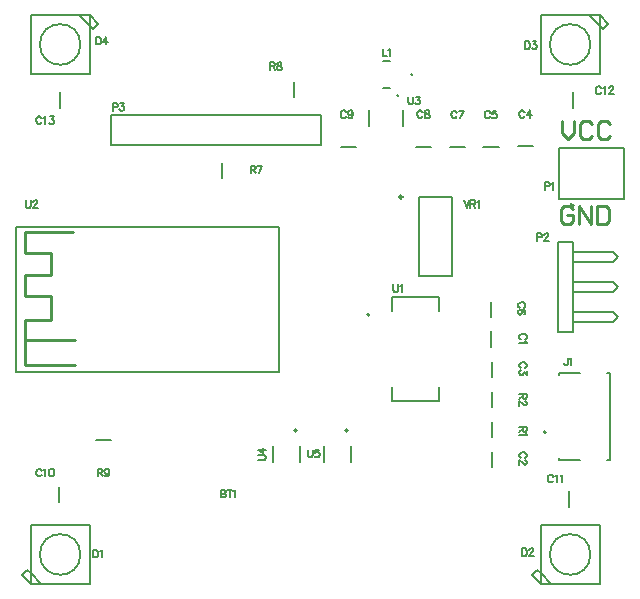
<source format=gto>
G04*
G04 #@! TF.GenerationSoftware,Altium Limited,Altium Designer,18.1.11 (251)*
G04*
G04 Layer_Color=65535*
%FSLAX25Y25*%
%MOIN*%
G70*
G01*
G75*
%ADD10C,0.00787*%
%ADD11C,0.00984*%
%ADD12C,0.00600*%
%ADD13C,0.00500*%
%ADD14C,0.01000*%
D10*
X151646Y112917D02*
G03*
X151646Y112917I-394J0D01*
G01*
X127347Y74336D02*
G03*
X127347Y74336I-394J0D01*
G01*
X144346D02*
G03*
X144346Y74336I-394J0D01*
G01*
X210382Y73744D02*
G03*
X210382Y73744I-394J0D01*
G01*
X167988Y125811D02*
X179012D01*
X167988Y152189D02*
X179012D01*
Y125811D02*
Y152189D01*
X167988Y125811D02*
Y152189D01*
X60441Y71000D02*
X65559D01*
X48000Y50441D02*
Y55559D01*
X218000Y48941D02*
Y54059D01*
X219500Y133670D02*
X232833D01*
X234500Y132004D01*
X232833Y130337D02*
X234500Y132004D01*
X219500Y130337D02*
X232833D01*
X219500Y123670D02*
X232833D01*
X234500Y122004D01*
X232833Y120337D02*
X234500Y122004D01*
X219500Y120337D02*
X232833D01*
X219500Y113671D02*
X232833D01*
X234500Y112004D01*
X232833Y110337D02*
X234500Y112004D01*
X219500Y110337D02*
X232833D01*
X214500Y107004D02*
Y137004D01*
Y107004D02*
X219500D01*
X214500Y137004D02*
X219500D01*
Y107004D02*
Y137004D01*
Y181941D02*
Y187059D01*
X48500Y181941D02*
Y187059D01*
X126500Y185441D02*
Y190559D01*
X102500Y158441D02*
Y163559D01*
X192378Y82151D02*
Y87269D01*
Y72151D02*
Y77269D01*
X142081Y168900D02*
X147199D01*
X192256Y112151D02*
Y117269D01*
X189581Y168900D02*
X194699D01*
X201081Y168994D02*
X206199D01*
X192378Y92151D02*
Y97269D01*
Y62151D02*
Y67269D01*
X192256Y102313D02*
Y107431D01*
X65500Y179450D02*
X135500D01*
X65500Y169450D02*
Y179450D01*
Y169450D02*
X135500D01*
Y179450D01*
X214714Y151634D02*
X236368D01*
Y168366D01*
X214714D02*
X236368D01*
X214714Y151634D02*
Y168366D01*
X167081Y168900D02*
X172199D01*
X33926Y129500D02*
Y142268D01*
Y93724D02*
Y105860D01*
Y130132D01*
Y142268D02*
X121426D01*
Y93724D02*
Y142268D01*
X33926Y93724D02*
X121426D01*
X178306Y168900D02*
X183424D01*
D11*
X162575Y152189D02*
G03*
X162575Y152189I-492J0D01*
G01*
X219537Y149370D02*
G03*
X219537Y149370I-492J0D01*
G01*
D12*
X161368Y185828D02*
G03*
X160787Y185828I-291J74D01*
G01*
X166015Y192900D02*
G03*
X166015Y192900I-300J0D01*
G01*
X162758Y175780D02*
Y181020D01*
X151522Y175780D02*
Y181020D01*
X156052Y197350D02*
X158355D01*
X156052Y188450D02*
X158355D01*
D13*
X225273Y203000D02*
G03*
X225273Y203000I-6774J0D01*
G01*
X55273D02*
G03*
X55273Y203000I-6774J0D01*
G01*
X225273Y33000D02*
G03*
X225273Y33000I-6774J0D01*
G01*
X55273D02*
G03*
X55273Y33000I-6774J0D01*
G01*
X174835Y84295D02*
Y88744D01*
X159165Y84295D02*
X174835D01*
X159165D02*
Y88744D01*
X174835Y114256D02*
Y118705D01*
X159165D02*
X174835D01*
X159165Y114256D02*
Y118705D01*
X128602Y63726D02*
Y69080D01*
X119398Y63726D02*
Y69080D01*
X145602Y63726D02*
Y69080D01*
X136398Y63726D02*
Y69080D01*
X231839Y64492D02*
Y93626D01*
X230776D02*
X231839D01*
X230776Y64492D02*
X231839D01*
X214910Y92917D02*
Y93626D01*
Y64492D02*
Y65201D01*
Y93626D02*
X221819D01*
X214910Y64492D02*
X221819D01*
X208658Y193157D02*
Y212842D01*
X224799D01*
X228343D01*
Y209299D02*
Y212842D01*
Y193157D02*
Y209299D01*
X208658Y193157D02*
X228343D01*
X224799Y212842D02*
X228343Y209299D01*
X229524Y208118D01*
X231098Y209693D01*
X228343Y212842D02*
X231098Y209693D01*
X38658Y193157D02*
Y212842D01*
X54799D01*
X58342D01*
Y209299D02*
Y212842D01*
Y193157D02*
Y209299D01*
X38658Y193157D02*
X58342D01*
X54799Y212842D02*
X58342Y209299D01*
X59524Y208118D01*
X61098Y209693D01*
X58342Y212842D02*
X61098Y209693D01*
X228343Y23157D02*
Y42843D01*
X212201Y23157D02*
X228343D01*
X208658D02*
X212201D01*
X208658D02*
Y26701D01*
Y42843D01*
X228343D01*
X208658Y26701D02*
X212201Y23157D01*
X207476Y27882D02*
X208658Y26701D01*
X205902Y26307D02*
X207476Y27882D01*
X205902Y26307D02*
X208658Y23157D01*
X58342D02*
Y42843D01*
X42201Y23157D02*
X58342D01*
X38658D02*
X42201D01*
X38658D02*
Y26701D01*
Y42843D01*
X58342D01*
X38658Y26701D02*
X42201Y23157D01*
X37476Y27882D02*
X38658Y26701D01*
X35902Y26307D02*
X37476Y27882D01*
X35902Y26307D02*
X38658Y23157D01*
X159500Y123000D02*
Y121214D01*
X159619Y120857D01*
X159857Y120619D01*
X160214Y120500D01*
X160452D01*
X160809Y120619D01*
X161047Y120857D01*
X161166Y121214D01*
Y123000D01*
X161857Y122523D02*
X162095Y122642D01*
X162452Y123000D01*
Y120500D01*
X183000Y150999D02*
X183952Y148500D01*
X184904Y150999D02*
X183952Y148500D01*
X185226Y150999D02*
Y148500D01*
Y150999D02*
X186297D01*
X186654Y150880D01*
X186773Y150761D01*
X186892Y150523D01*
Y150285D01*
X186773Y150047D01*
X186654Y149928D01*
X186297Y149809D01*
X185226D01*
X186059D02*
X186892Y148500D01*
X187451Y150523D02*
X187689Y150642D01*
X188047Y150999D01*
Y148500D01*
X61000Y61500D02*
Y59000D01*
Y61500D02*
X62071D01*
X62428Y61380D01*
X62547Y61261D01*
X62666Y61023D01*
Y60785D01*
X62547Y60547D01*
X62428Y60428D01*
X62071Y60309D01*
X61000D01*
X61833D02*
X62666Y59000D01*
X64773Y60666D02*
X64654Y60309D01*
X64416Y60071D01*
X64059Y59952D01*
X63940D01*
X63583Y60071D01*
X63345Y60309D01*
X63226Y60666D01*
Y60785D01*
X63345Y61142D01*
X63583Y61380D01*
X63940Y61500D01*
X64059D01*
X64416Y61380D01*
X64654Y61142D01*
X64773Y60666D01*
Y60071D01*
X64654Y59476D01*
X64416Y59119D01*
X64059Y59000D01*
X63821D01*
X63464Y59119D01*
X63345Y59357D01*
X42285Y60904D02*
X42166Y61142D01*
X41928Y61380D01*
X41690Y61500D01*
X41214D01*
X40976Y61380D01*
X40738Y61142D01*
X40619Y60904D01*
X40500Y60547D01*
Y59952D01*
X40619Y59595D01*
X40738Y59357D01*
X40976Y59119D01*
X41214Y59000D01*
X41690D01*
X41928Y59119D01*
X42166Y59357D01*
X42285Y59595D01*
X42988Y61023D02*
X43226Y61142D01*
X43583Y61500D01*
Y59000D01*
X45535Y61500D02*
X45178Y61380D01*
X44940Y61023D01*
X44820Y60428D01*
Y60071D01*
X44940Y59476D01*
X45178Y59119D01*
X45535Y59000D01*
X45773D01*
X46130Y59119D01*
X46368Y59476D01*
X46487Y60071D01*
Y60428D01*
X46368Y61023D01*
X46130Y61380D01*
X45773Y61500D01*
X45535D01*
X212785Y58904D02*
X212666Y59142D01*
X212428Y59380D01*
X212190Y59500D01*
X211714D01*
X211476Y59380D01*
X211238Y59142D01*
X211119Y58904D01*
X211000Y58547D01*
Y57952D01*
X211119Y57595D01*
X211238Y57357D01*
X211476Y57119D01*
X211714Y57000D01*
X212190D01*
X212428Y57119D01*
X212666Y57357D01*
X212785Y57595D01*
X213488Y59023D02*
X213726Y59142D01*
X214083Y59500D01*
Y57000D01*
X215320Y59023D02*
X215559Y59142D01*
X215916Y59500D01*
Y57000D01*
X207500Y138690D02*
X208571D01*
X208928Y138809D01*
X209047Y138928D01*
X209166Y139166D01*
Y139523D01*
X209047Y139761D01*
X208928Y139880D01*
X208571Y139999D01*
X207500D01*
Y137500D01*
X209845Y139404D02*
Y139523D01*
X209964Y139761D01*
X210083Y139880D01*
X210321Y139999D01*
X210797D01*
X211035Y139880D01*
X211154Y139761D01*
X211273Y139523D01*
Y139285D01*
X211154Y139047D01*
X210916Y138690D01*
X209726Y137500D01*
X211392D01*
X164500Y185500D02*
Y183714D01*
X164619Y183357D01*
X164857Y183119D01*
X165214Y183000D01*
X165452D01*
X165809Y183119D01*
X166047Y183357D01*
X166166Y183714D01*
Y185500D01*
X167095D02*
X168404D01*
X167690Y184547D01*
X168047D01*
X168285Y184428D01*
X168404Y184309D01*
X168523Y183952D01*
Y183714D01*
X168404Y183357D01*
X168166Y183119D01*
X167809Y183000D01*
X167452D01*
X167095Y183119D01*
X166976Y183238D01*
X166857Y183476D01*
X228785Y188404D02*
X228666Y188642D01*
X228428Y188880D01*
X228190Y188999D01*
X227714D01*
X227476Y188880D01*
X227238Y188642D01*
X227119Y188404D01*
X227000Y188047D01*
Y187452D01*
X227119Y187095D01*
X227238Y186857D01*
X227476Y186619D01*
X227714Y186500D01*
X228190D01*
X228428Y186619D01*
X228666Y186857D01*
X228785Y187095D01*
X229488Y188523D02*
X229726Y188642D01*
X230083Y188999D01*
Y186500D01*
X231439Y188404D02*
Y188523D01*
X231558Y188761D01*
X231678Y188880D01*
X231916Y188999D01*
X232392D01*
X232630Y188880D01*
X232749Y188761D01*
X232868Y188523D01*
Y188285D01*
X232749Y188047D01*
X232511Y187690D01*
X231321Y186500D01*
X232987D01*
X42285Y178404D02*
X42166Y178642D01*
X41928Y178880D01*
X41690Y178999D01*
X41214D01*
X40976Y178880D01*
X40738Y178642D01*
X40619Y178404D01*
X40500Y178047D01*
Y177452D01*
X40619Y177095D01*
X40738Y176857D01*
X40976Y176619D01*
X41214Y176500D01*
X41690D01*
X41928Y176619D01*
X42166Y176857D01*
X42285Y177095D01*
X42988Y178523D02*
X43226Y178642D01*
X43583Y178999D01*
Y176500D01*
X45059Y178999D02*
X46368D01*
X45654Y178047D01*
X46011D01*
X46249Y177928D01*
X46368Y177809D01*
X46487Y177452D01*
Y177214D01*
X46368Y176857D01*
X46130Y176619D01*
X45773Y176500D01*
X45416D01*
X45059Y176619D01*
X44940Y176738D01*
X44820Y176976D01*
X118500Y197000D02*
Y194500D01*
Y197000D02*
X119571D01*
X119928Y196880D01*
X120047Y196761D01*
X120166Y196523D01*
Y196285D01*
X120047Y196047D01*
X119928Y195928D01*
X119571Y195809D01*
X118500D01*
X119333D02*
X120166Y194500D01*
X121321Y197000D02*
X120964Y196880D01*
X120845Y196642D01*
Y196404D01*
X120964Y196166D01*
X121202Y196047D01*
X121678Y195928D01*
X122035Y195809D01*
X122273Y195571D01*
X122392Y195333D01*
Y194976D01*
X122273Y194738D01*
X122154Y194619D01*
X121797Y194500D01*
X121321D01*
X120964Y194619D01*
X120845Y194738D01*
X120726Y194976D01*
Y195333D01*
X120845Y195571D01*
X121083Y195809D01*
X121440Y195928D01*
X121916Y196047D01*
X122154Y196166D01*
X122273Y196404D01*
Y196642D01*
X122154Y196880D01*
X121797Y197000D01*
X121321D01*
X112000Y162499D02*
Y160000D01*
Y162499D02*
X113071D01*
X113428Y162380D01*
X113547Y162261D01*
X113666Y162023D01*
Y161785D01*
X113547Y161547D01*
X113428Y161428D01*
X113071Y161309D01*
X112000D01*
X112833D02*
X113666Y160000D01*
X115892Y162499D02*
X114702Y160000D01*
X114226Y162499D02*
X115892D01*
X102000Y54500D02*
Y52000D01*
Y54500D02*
X103071D01*
X103428Y54380D01*
X103547Y54261D01*
X103666Y54023D01*
Y53785D01*
X103547Y53547D01*
X103428Y53428D01*
X103071Y53309D01*
X102000D02*
X103071D01*
X103428Y53190D01*
X103547Y53071D01*
X103666Y52833D01*
Y52476D01*
X103547Y52238D01*
X103428Y52119D01*
X103071Y52000D01*
X102000D01*
X105059Y54500D02*
Y52000D01*
X104226Y54500D02*
X105892D01*
X106190Y54023D02*
X106428Y54142D01*
X106785Y54500D01*
Y52000D01*
X66000Y182140D02*
X67071D01*
X67428Y182259D01*
X67547Y182378D01*
X67666Y182616D01*
Y182973D01*
X67547Y183211D01*
X67428Y183330D01*
X67071Y183449D01*
X66000D01*
Y180950D01*
X68464Y183449D02*
X69773D01*
X69059Y182497D01*
X69416D01*
X69654Y182378D01*
X69773Y182259D01*
X69892Y181902D01*
Y181664D01*
X69773Y181307D01*
X69535Y181069D01*
X69178Y180950D01*
X68821D01*
X68464Y181069D01*
X68345Y181188D01*
X68226Y181426D01*
X131000Y67902D02*
Y66117D01*
X131119Y65760D01*
X131357Y65522D01*
X131714Y65403D01*
X131952D01*
X132309Y65522D01*
X132547Y65760D01*
X132666Y66117D01*
Y67902D01*
X134785D02*
X133595D01*
X133476Y66831D01*
X133595Y66950D01*
X133952Y67069D01*
X134309D01*
X134666Y66950D01*
X134904Y66712D01*
X135023Y66355D01*
Y66117D01*
X134904Y65760D01*
X134666Y65522D01*
X134309Y65403D01*
X133952D01*
X133595Y65522D01*
X133476Y65641D01*
X133357Y65879D01*
X114500Y64403D02*
X116286D01*
X116643Y64522D01*
X116881Y64760D01*
X117000Y65117D01*
Y65355D01*
X116881Y65712D01*
X116643Y65950D01*
X116286Y66069D01*
X114500D01*
Y67950D02*
X116167Y66759D01*
Y68545D01*
X114500Y67950D02*
X117000D01*
X37000Y150999D02*
Y149214D01*
X37119Y148857D01*
X37357Y148619D01*
X37714Y148500D01*
X37952D01*
X38309Y148619D01*
X38547Y148857D01*
X38666Y149214D01*
Y150999D01*
X39476Y150404D02*
Y150523D01*
X39595Y150761D01*
X39714Y150880D01*
X39952Y150999D01*
X40428D01*
X40666Y150880D01*
X40785Y150761D01*
X40904Y150523D01*
Y150285D01*
X40785Y150047D01*
X40547Y149690D01*
X39357Y148500D01*
X41023D01*
X203999Y86500D02*
X201500D01*
X203999D02*
Y85429D01*
X203880Y85072D01*
X203761Y84953D01*
X203523Y84834D01*
X203285D01*
X203047Y84953D01*
X202928Y85072D01*
X202809Y85429D01*
Y86500D01*
Y85667D02*
X201500Y84834D01*
X203404Y84155D02*
X203523D01*
X203761Y84036D01*
X203880Y83917D01*
X203999Y83679D01*
Y83203D01*
X203880Y82965D01*
X203761Y82846D01*
X203523Y82727D01*
X203285D01*
X203047Y82846D01*
X202690Y83084D01*
X201500Y84274D01*
Y82608D01*
X203999Y75500D02*
X201500D01*
X203999D02*
Y74429D01*
X203880Y74072D01*
X203761Y73953D01*
X203523Y73834D01*
X203285D01*
X203047Y73953D01*
X202928Y74072D01*
X202809Y74429D01*
Y75500D01*
Y74667D02*
X201500Y73834D01*
X203523Y73274D02*
X203642Y73036D01*
X203999Y72679D01*
X201500D01*
X209988Y155690D02*
X211059D01*
X211417Y155809D01*
X211536Y155928D01*
X211654Y156166D01*
Y156523D01*
X211536Y156761D01*
X211417Y156880D01*
X211059Y157000D01*
X209988D01*
Y154500D01*
X212214Y156523D02*
X212452Y156642D01*
X212809Y157000D01*
Y154500D01*
X156000Y201500D02*
Y199000D01*
X157428D01*
X157702Y201023D02*
X157940Y201142D01*
X158297Y201500D01*
Y199000D01*
X217690Y98500D02*
Y96595D01*
X217571Y96238D01*
X217452Y96119D01*
X217214Y96000D01*
X216976D01*
X216738Y96119D01*
X216619Y96238D01*
X216500Y96595D01*
Y96833D01*
X218333Y98023D02*
X218571Y98142D01*
X218928Y98500D01*
Y96000D01*
X60500Y205500D02*
Y203000D01*
Y205500D02*
X61333D01*
X61690Y205380D01*
X61928Y205142D01*
X62047Y204904D01*
X62166Y204547D01*
Y203952D01*
X62047Y203595D01*
X61928Y203357D01*
X61690Y203119D01*
X61333Y203000D01*
X60500D01*
X63916Y205500D02*
X62726Y203833D01*
X64511D01*
X63916Y205500D02*
Y203000D01*
X203500Y203999D02*
Y201500D01*
Y203999D02*
X204333D01*
X204690Y203880D01*
X204928Y203642D01*
X205047Y203404D01*
X205166Y203047D01*
Y202452D01*
X205047Y202095D01*
X204928Y201857D01*
X204690Y201619D01*
X204333Y201500D01*
X203500D01*
X205964Y203999D02*
X207273D01*
X206559Y203047D01*
X206916D01*
X207154Y202928D01*
X207273Y202809D01*
X207392Y202452D01*
Y202214D01*
X207273Y201857D01*
X207035Y201619D01*
X206678Y201500D01*
X206321D01*
X205964Y201619D01*
X205845Y201738D01*
X205726Y201976D01*
X202500Y34999D02*
Y32500D01*
Y34999D02*
X203333D01*
X203690Y34880D01*
X203928Y34642D01*
X204047Y34404D01*
X204166Y34047D01*
Y33452D01*
X204047Y33095D01*
X203928Y32857D01*
X203690Y32619D01*
X203333Y32500D01*
X202500D01*
X204845Y34404D02*
Y34523D01*
X204964Y34761D01*
X205083Y34880D01*
X205321Y34999D01*
X205797D01*
X206035Y34880D01*
X206154Y34761D01*
X206273Y34523D01*
Y34285D01*
X206154Y34047D01*
X205916Y33690D01*
X204726Y32500D01*
X206392D01*
X59500Y34499D02*
Y32000D01*
Y34499D02*
X60333D01*
X60690Y34380D01*
X60928Y34142D01*
X61047Y33904D01*
X61166Y33547D01*
Y32952D01*
X61047Y32595D01*
X60928Y32357D01*
X60690Y32119D01*
X60333Y32000D01*
X59500D01*
X61726Y34023D02*
X61964Y34142D01*
X62321Y34499D01*
Y32000D01*
X143785Y180404D02*
X143666Y180642D01*
X143428Y180880D01*
X143190Y181000D01*
X142714D01*
X142476Y180880D01*
X142238Y180642D01*
X142119Y180404D01*
X142000Y180047D01*
Y179452D01*
X142119Y179095D01*
X142238Y178857D01*
X142476Y178619D01*
X142714Y178500D01*
X143190D01*
X143428Y178619D01*
X143666Y178857D01*
X143785Y179095D01*
X146035Y180166D02*
X145916Y179809D01*
X145678Y179571D01*
X145321Y179452D01*
X145202D01*
X144845Y179571D01*
X144607Y179809D01*
X144488Y180166D01*
Y180285D01*
X144607Y180642D01*
X144845Y180880D01*
X145202Y181000D01*
X145321D01*
X145678Y180880D01*
X145916Y180642D01*
X146035Y180166D01*
Y179571D01*
X145916Y178976D01*
X145678Y178619D01*
X145321Y178500D01*
X145083D01*
X144726Y178619D01*
X144607Y178857D01*
X169285Y180404D02*
X169166Y180642D01*
X168928Y180880D01*
X168690Y181000D01*
X168214D01*
X167976Y180880D01*
X167738Y180642D01*
X167619Y180404D01*
X167500Y180047D01*
Y179452D01*
X167619Y179095D01*
X167738Y178857D01*
X167976Y178619D01*
X168214Y178500D01*
X168690D01*
X168928Y178619D01*
X169166Y178857D01*
X169285Y179095D01*
X170583Y181000D02*
X170226Y180880D01*
X170107Y180642D01*
Y180404D01*
X170226Y180166D01*
X170464Y180047D01*
X170940Y179928D01*
X171297Y179809D01*
X171535Y179571D01*
X171654Y179333D01*
Y178976D01*
X171535Y178738D01*
X171416Y178619D01*
X171059Y178500D01*
X170583D01*
X170226Y178619D01*
X170107Y178738D01*
X169988Y178976D01*
Y179333D01*
X170107Y179571D01*
X170345Y179809D01*
X170702Y179928D01*
X171178Y180047D01*
X171416Y180166D01*
X171535Y180404D01*
Y180642D01*
X171416Y180880D01*
X171059Y181000D01*
X170583D01*
X180650Y180304D02*
X180531Y180542D01*
X180293Y180780D01*
X180055Y180900D01*
X179579D01*
X179341Y180780D01*
X179103Y180542D01*
X178984Y180304D01*
X178865Y179947D01*
Y179352D01*
X178984Y178995D01*
X179103Y178757D01*
X179341Y178519D01*
X179579Y178400D01*
X180055D01*
X180293Y178519D01*
X180531Y178757D01*
X180650Y178995D01*
X183019Y180900D02*
X181828Y178400D01*
X181352Y180900D02*
X183019D01*
X202986Y115215D02*
X203224Y115334D01*
X203462Y115572D01*
X203581Y115810D01*
Y116286D01*
X203462Y116524D01*
X203224Y116762D01*
X202986Y116881D01*
X202628Y117000D01*
X202033D01*
X201676Y116881D01*
X201438Y116762D01*
X201200Y116524D01*
X201081Y116286D01*
Y115810D01*
X201200Y115572D01*
X201438Y115334D01*
X201676Y115215D01*
X203224Y113084D02*
X203462Y113203D01*
X203581Y113560D01*
Y113798D01*
X203462Y114155D01*
X203105Y114393D01*
X202509Y114512D01*
X201914D01*
X201438Y114393D01*
X201200Y114155D01*
X201081Y113798D01*
Y113679D01*
X201200Y113322D01*
X201438Y113084D01*
X201795Y112965D01*
X201914D01*
X202271Y113084D01*
X202509Y113322D01*
X202628Y113679D01*
Y113798D01*
X202509Y114155D01*
X202271Y114393D01*
X201914Y114512D01*
X191785Y180304D02*
X191666Y180542D01*
X191428Y180780D01*
X191190Y180900D01*
X190714D01*
X190476Y180780D01*
X190238Y180542D01*
X190119Y180304D01*
X190000Y179947D01*
Y179352D01*
X190119Y178995D01*
X190238Y178757D01*
X190476Y178519D01*
X190714Y178400D01*
X191190D01*
X191428Y178519D01*
X191666Y178757D01*
X191785Y178995D01*
X193916Y180900D02*
X192726D01*
X192607Y179828D01*
X192726Y179947D01*
X193083Y180066D01*
X193440D01*
X193797Y179947D01*
X194035Y179709D01*
X194154Y179352D01*
Y179114D01*
X194035Y178757D01*
X193797Y178519D01*
X193440Y178400D01*
X193083D01*
X192726Y178519D01*
X192607Y178638D01*
X192488Y178876D01*
X203285Y180404D02*
X203166Y180642D01*
X202928Y180880D01*
X202690Y181000D01*
X202214D01*
X201976Y180880D01*
X201738Y180642D01*
X201619Y180404D01*
X201500Y180047D01*
Y179452D01*
X201619Y179095D01*
X201738Y178857D01*
X201976Y178619D01*
X202214Y178500D01*
X202690D01*
X202928Y178619D01*
X203166Y178857D01*
X203285Y179095D01*
X205178Y181000D02*
X203988Y179333D01*
X205773D01*
X205178Y181000D02*
Y178500D01*
X203404Y95215D02*
X203642Y95334D01*
X203880Y95572D01*
X203999Y95810D01*
Y96286D01*
X203880Y96524D01*
X203642Y96762D01*
X203404Y96881D01*
X203047Y97000D01*
X202452D01*
X202095Y96881D01*
X201857Y96762D01*
X201619Y96524D01*
X201500Y96286D01*
Y95810D01*
X201619Y95572D01*
X201857Y95334D01*
X202095Y95215D01*
X203999Y94274D02*
Y92965D01*
X203047Y93679D01*
Y93322D01*
X202928Y93084D01*
X202809Y92965D01*
X202452Y92846D01*
X202214D01*
X201857Y92965D01*
X201619Y93203D01*
X201500Y93560D01*
Y93917D01*
X201619Y94274D01*
X201738Y94393D01*
X201976Y94512D01*
X203404Y65215D02*
X203642Y65334D01*
X203880Y65572D01*
X203999Y65810D01*
Y66286D01*
X203880Y66524D01*
X203642Y66762D01*
X203404Y66881D01*
X203047Y67000D01*
X202452D01*
X202095Y66881D01*
X201857Y66762D01*
X201619Y66524D01*
X201500Y66286D01*
Y65810D01*
X201619Y65572D01*
X201857Y65334D01*
X202095Y65215D01*
X203404Y64393D02*
X203523D01*
X203761Y64274D01*
X203880Y64155D01*
X203999Y63917D01*
Y63441D01*
X203880Y63203D01*
X203761Y63084D01*
X203523Y62965D01*
X203285D01*
X203047Y63084D01*
X202690Y63322D01*
X201500Y64512D01*
Y62846D01*
X203404Y104715D02*
X203642Y104834D01*
X203880Y105072D01*
X203999Y105310D01*
Y105786D01*
X203880Y106024D01*
X203642Y106262D01*
X203404Y106381D01*
X203047Y106500D01*
X202452D01*
X202095Y106381D01*
X201857Y106262D01*
X201619Y106024D01*
X201500Y105786D01*
Y105310D01*
X201619Y105072D01*
X201857Y104834D01*
X202095Y104715D01*
X203523Y104012D02*
X203642Y103774D01*
X203999Y103417D01*
X201500D01*
D14*
X36926Y104500D02*
X53426D01*
X51926Y140500D02*
X52926D01*
X36926D02*
X51926D01*
X36926Y133500D02*
Y140500D01*
Y133500D02*
X45426D01*
Y126000D02*
Y133500D01*
X36926Y126000D02*
X45426D01*
X36926Y119000D02*
Y126000D01*
Y119000D02*
X45426D01*
Y111000D02*
Y119000D01*
X36926Y111000D02*
X45426D01*
X36926Y96000D02*
Y111000D01*
Y96000D02*
X53426D01*
X219499Y148266D02*
X218499Y149266D01*
X216500D01*
X215500Y148266D01*
Y144267D01*
X216500Y143268D01*
X218499D01*
X219499Y144267D01*
Y146267D01*
X217499D01*
X221498Y143268D02*
Y149266D01*
X225497Y143268D01*
Y149266D01*
X227496D02*
Y143268D01*
X230495D01*
X231495Y144267D01*
Y148266D01*
X230495Y149266D01*
X227496D01*
X215910Y177498D02*
Y173499D01*
X217909Y171500D01*
X219908Y173499D01*
Y177498D01*
X225906Y176498D02*
X224906Y177498D01*
X222907D01*
X221907Y176498D01*
Y172500D01*
X222907Y171500D01*
X224906D01*
X225906Y172500D01*
X231904Y176498D02*
X230905Y177498D01*
X228905D01*
X227906Y176498D01*
Y172500D01*
X228905Y171500D01*
X230905D01*
X231904Y172500D01*
M02*

</source>
